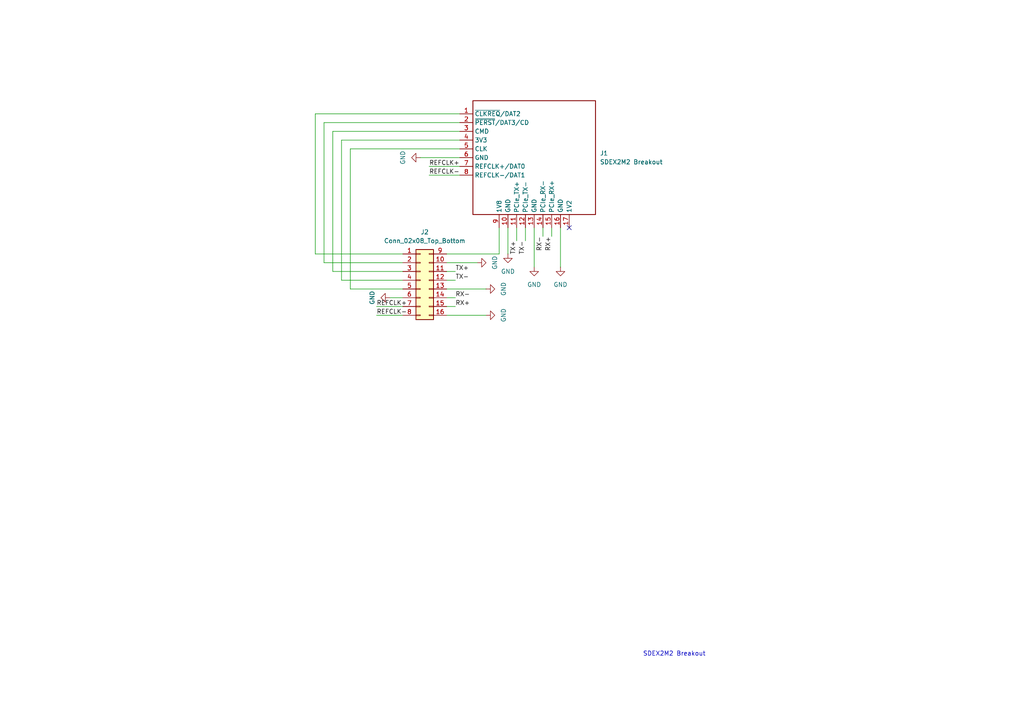
<source format=kicad_sch>
(kicad_sch (version 20250114) (generator "eeschema") (generator_version "9.0")
  (paper "A4")
  (lib_symbols
    (symbol "Connector_Generic:Conn_02x08_Top_Bottom" (pin_names (offset 1.016) (hide yes))
      (property "Reference" "J" (at 1.27 10.16 0))
      (property "Value" "Conn_02x08_Top_Bottom" (at 1.27 -12.7 0))
      (symbol "Conn_02x08_Top_Bottom_1_1"
        (rectangle (start -1.27 8.89) (end 3.81 -11.43) (stroke (width 0.254)) (fill (type background)))
        (rectangle (start -1.27 7.747) (end 0 7.493) (stroke (width 0.1524)))
        (rectangle (start -1.27 5.207) (end 0 4.953) (stroke (width 0.1524)))
        (rectangle (start -1.27 2.667) (end 0 2.413) (stroke (width 0.1524)))
        (rectangle (start -1.27 0.127) (end 0 -0.127) (stroke (width 0.1524)))
        (rectangle (start -1.27 -2.413) (end 0 -2.667) (stroke (width 0.1524)))
        (rectangle (start -1.27 -4.953) (end 0 -5.207) (stroke (width 0.1524)))
        (rectangle (start -1.27 -7.493) (end 0 -7.747) (stroke (width 0.1524)))
        (rectangle (start -1.27 -10.033) (end 0 -10.287) (stroke (width 0.1524)))
        (rectangle (start 3.81 7.747) (end 2.54 7.493) (stroke (width 0.1524)))
        (rectangle (start 3.81 5.207) (end 2.54 4.953) (stroke (width 0.1524)))
        (rectangle (start 3.81 2.667) (end 2.54 2.413) (stroke (width 0.1524)))
        (rectangle (start 3.81 0.127) (end 2.54 -0.127) (stroke (width 0.1524)))
        (rectangle (start 3.81 -2.413) (end 2.54 -2.667) (stroke (width 0.1524)))
        (rectangle (start 3.81 -4.953) (end 2.54 -5.207) (stroke (width 0.1524)))
        (rectangle (start 3.81 -7.493) (end 2.54 -7.747) (stroke (width 0.1524)))
        (rectangle (start 3.81 -10.033) (end 2.54 -10.287) (stroke (width 0.1524)))
        (pin passive line (at -5.08 7.62 0) (length 3.81) (name "Pin_1") (number "1"))
        (pin passive line (at -5.08 5.08 0) (length 3.81) (name "Pin_2") (number "2"))
        (pin passive line (at -5.08 2.54 0) (length 3.81) (name "Pin_3") (number "3"))
        (pin passive line (at -5.08 0 0) (length 3.81) (name "Pin_4") (number "4"))
        (pin passive line (at -5.08 -2.54 0) (length 3.81) (name "Pin_5") (number "5"))
        (pin passive line (at -5.08 -5.08 0) (length 3.81) (name "Pin_6") (number "6"))
        (pin passive line (at -5.08 -7.62 0) (length 3.81) (name "Pin_7") (number "7"))
        (pin passive line (at -5.08 -10.16 0) (length 3.81) (name "Pin_8") (number "8"))
        (pin passive line (at 7.62 7.62 180) (length 3.81) (name "Pin_9") (number "9"))
        (pin passive line (at 7.62 5.08 180) (length 3.81) (name "Pin_10") (number "10"))
        (pin passive line (at 7.62 2.54 180) (length 3.81) (name "Pin_11") (number "11"))
        (pin passive line (at 7.62 0 180) (length 3.81) (name "Pin_12") (number "12"))
        (pin passive line (at 7.62 -2.54 180) (length 3.81) (name "Pin_13") (number "13"))
        (pin passive line (at 7.62 -5.08 180) (length 3.81) (name "Pin_14") (number "14"))
        (pin passive line (at 7.62 -7.62 180) (length 3.81) (name "Pin_15") (number "15"))
        (pin passive line (at 7.62 -10.16 180) (length 3.81) (name "Pin_16") (number "16"))
      )
    )
    (symbol "m1cha:Micro_SDex_PCB"
      (property "Reference" "J1" (at 17.78 1.2701 0))
      (property "Value" "SDEX2M2 Breakout" (at 17.78 -1.2699 0))
      (symbol "Micro_SDex_PCB_0_1"
        (polyline (pts (xy 16.51 -8.89) (xy 16.51 16.51) (xy -19.05 16.51) (xy -19.05 -16.51) (xy 16.51 -16.51) (xy 16.51 -8.89)) (stroke (width 0.254)))
      )
      (symbol "Micro_SDex_PCB_1_1"
        (pin bidirectional line (at -22.86 12.7 0) (length 3.81) (name "~{CLKREQ}/DAT2") (number "1"))
        (pin bidirectional line (at -22.86 10.16 0) (length 3.81) (name "~{PERST}/DAT3/CD") (number "2"))
        (pin output line (at -22.86 7.62 0) (length 3.81) (name "CMD") (number "3"))
        (pin power_out line (at -22.86 5.08 0) (length 3.81) (name "3V3") (number "4"))
        (pin output line (at -22.86 2.54 0) (length 3.81) (name "CLK") (number "5"))
        (pin power_out line (at -22.86 0 0) (length 3.81) (name "GND") (number "6"))
        (pin bidirectional line (at -22.86 -2.54 0) (length 3.81) (name "REFCLK+/DAT0") (number "7"))
        (pin bidirectional line (at -22.86 -5.08 0) (length 3.81) (name "REFCLK-/DAT1") (number "8"))
        (pin power_out line (at -11.43 -20.32 90) (length 3.81) (name "1V8") (number "9"))
        (pin passive line (at -8.89 -20.32 90) (length 3.81) (name "GND") (number "10"))
        (pin output line (at -6.35 -20.32 90) (length 3.81) (name "PCIe_TX+") (number "11"))
        (pin output line (at -3.81 -20.32 90) (length 3.81) (name "PCIe_TX-") (number "12"))
        (pin passive line (at -1.27 -20.32 90) (length 3.81) (name "GND") (number "13"))
        (pin input line (at 1.27 -20.32 90) (length 3.81) (name "PCIe_RX-") (number "14"))
        (pin input line (at 3.81 -20.32 90) (length 3.81) (name "PCIe_RX+") (number "15"))
        (pin passive line (at 6.35 -20.32 90) (length 3.81) (name "GND") (number "16"))
        (pin power_out line (at 8.89 -20.32 90) (length 3.81) (name "1V2") (number "17"))
      )
    )
    (symbol "power:GND" (power) (pin_numbers (hide yes)) (pin_names (offset 0) (hide yes))
      (property "Value" "GND" (at 0 -3.81 0))
      (symbol "GND_0_1"
        (polyline (pts (xy 0 0) (xy 0 -1.27) (xy 1.27 -1.27) (xy 0 -2.54) (xy -1.27 -1.27) (xy 0 -1.27)))
      )
      (symbol "GND_1_1"
        (pin power_in line (at 0 0 270) (length 0) (name "~") (number "1"))
      )
    )
  )
  (text "SDEX2M2 Breakout" (at 195.58 189.738 0) (effects (font (size 1.27 1.27))))
  (no_connect (at 165.1 66.04))
  (wire (pts (xy 99.06 40.64) (xy 99.06 81.28)))
  (wire (pts (xy 121.92 45.72) (xy 133.35 45.72)))
  (wire (pts (xy 116.84 83.82) (xy 101.6 83.82)))
  (wire (pts (xy 129.54 88.9) (xy 132.08 88.9)))
  (wire (pts (xy 129.54 86.36) (xy 132.08 86.36)))
  (wire (pts (xy 138.43 76.2) (xy 129.54 76.2)))
  (wire (pts (xy 157.48 66.04) (xy 157.48 68.58)))
  (wire (pts (xy 116.84 73.66) (xy 91.44 73.66)))
  (wire (pts (xy 91.44 73.66) (xy 91.44 33.02)))
  (wire (pts (xy 113.03 86.36) (xy 116.84 86.36)))
  (wire (pts (xy 124.46 50.8) (xy 133.35 50.8)))
  (wire (pts (xy 140.97 91.44) (xy 129.54 91.44)))
  (wire (pts (xy 101.6 83.82) (xy 101.6 43.18)))
  (wire (pts (xy 101.6 43.18) (xy 133.35 43.18)))
  (wire (pts (xy 147.32 73.66) (xy 147.32 66.04)))
  (wire (pts (xy 144.78 66.04) (xy 144.78 73.66)))
  (wire (pts (xy 162.56 77.47) (xy 162.56 66.04)))
  (wire (pts (xy 160.02 66.04) (xy 160.02 68.58)))
  (wire (pts (xy 96.52 78.74) (xy 96.52 38.1)))
  (wire (pts (xy 129.54 73.66) (xy 144.78 73.66)))
  (wire (pts (xy 96.52 38.1) (xy 133.35 38.1)))
  (wire (pts (xy 133.35 40.64) (xy 99.06 40.64)))
  (wire (pts (xy 116.84 78.74) (xy 96.52 78.74)))
  (wire (pts (xy 140.97 83.82) (xy 129.54 83.82)))
  (wire (pts (xy 99.06 81.28) (xy 116.84 81.28)))
  (wire (pts (xy 154.94 77.47) (xy 154.94 66.04)))
  (wire (pts (xy 93.98 76.2) (xy 116.84 76.2)))
  (wire (pts (xy 152.4 66.04) (xy 152.4 69.85)))
  (wire (pts (xy 109.22 88.9) (xy 116.84 88.9)))
  (wire (pts (xy 133.35 35.56) (xy 93.98 35.56)))
  (wire (pts (xy 91.44 33.02) (xy 133.35 33.02)))
  (wire (pts (xy 149.86 66.04) (xy 149.86 69.85)))
  (wire (pts (xy 129.54 78.74) (xy 132.08 78.74)))
  (wire (pts (xy 129.54 81.28) (xy 132.08 81.28)))
  (wire (pts (xy 109.22 91.44) (xy 116.84 91.44)))
  (wire (pts (xy 124.46 48.26) (xy 133.35 48.26)))
  (wire (pts (xy 93.98 35.56) (xy 93.98 76.2)))
  (label "RX+" (at 160.02 68.58 270))
  (label "TX+" (at 149.86 69.85 270))
  (label "RX+" (at 132.08 88.9 0))
  (label "REFCLK+" (at 124.46 48.26 0))
  (label "RX-" (at 157.48 68.58 270))
  (label "TX-" (at 152.4 69.85 270))
  (label "TX-" (at 132.08 81.28 0))
  (label "RX-" (at 132.08 86.36 0))
  (label "REFCLK+" (at 109.22 88.9 0))
  (label "REFCLK-" (at 109.22 91.44 0))
  (label "REFCLK-" (at 124.46 50.8 0))
  (label "TX+" (at 132.08 78.74 0))
  (symbol (lib_id "power:GND") (at 138.43 76.2 90) (unit 1)
    (property "Reference" "#PWR08" (effects (hide yes)))
    (property "Value" "GND" (at 143.51 76.2 0))
    (property "Description" "Power symbol creates a global label with name \"GND\" , ground" (effects (hide yes)))
  )
  (symbol (lib_id "power:GND") (at 140.97 83.82 90) (unit 1)
    (property "Reference" "#PWR07" (effects (hide yes)))
    (property "Value" "GND" (at 146.05 83.82 0))
    (property "Description" "Power symbol creates a global label with name \"GND\" , ground" (effects (hide yes)))
  )
  (symbol (lib_id "power:GND") (at 113.03 86.36 270) (unit 1)
    (property "Reference" "#PWR05" (effects (hide yes)))
    (property "Value" "GND" (at 107.95 86.36 0))
    (property "Description" "Power symbol creates a global label with name \"GND\" , ground" (effects (hide yes)))
  )
  (symbol (lib_id "Connector_Generic:Conn_02x08_Top_Bottom") (at 121.92 81.28 0) (unit 1)
    (property "Reference" "J2" (at 123.19 67.31 0))
    (property "Value" "Conn_02x08_Top_Bottom" (at 123.19 69.85 0))
    (property "Footprint" "Connector_PinHeader_2.00mm:PinHeader_1x16_P2.00mm_Vertical" (effects (hide yes)))
    (property "Description" "Generic connector, double row, 02x08, top/bottom pin numbering scheme (row 1: 1...pins_per_row, row2: pins_per_row+1 ... num_pins), script generated (kicad-library-utils/schlib/autogen/connector/)" (effects (hide yes)))
  )
  (symbol (lib_id "m1cha:Micro_SDex_PCB") (at 156.21 45.72 0) (unit 1)
    (property "Reference" "J1" (at 173.99 44.4499 0) (effects (justify left)))
    (property "Value" "SDEX2M2 Breakout" (at 173.99 46.9899 0) (effects (justify left)))
    (property "Footprint" "m1cha:usdex-male-open_bottom" (effects (hide yes)))
    (property "Description" "Micro SD Card PCB" (effects (hide yes)))
  )
  (symbol (lib_id "power:GND") (at 147.32 73.66 0) (unit 1)
    (property "Reference" "#PWR02" (effects (hide yes)))
    (property "Value" "GND" (at 147.32 78.74 0))
    (property "Description" "Power symbol creates a global label with name \"GND\" , ground" (effects (hide yes)))
  )
  (symbol (lib_id "power:GND") (at 154.94 77.47 0) (unit 1)
    (property "Reference" "#PWR01" (effects (hide yes)))
    (property "Value" "GND" (at 154.94 82.55 0))
    (property "Description" "Power symbol creates a global label with name \"GND\" , ground" (effects (hide yes)))
  )
  (symbol (lib_id "power:GND") (at 140.97 91.44 90) (unit 1)
    (property "Reference" "#PWR06" (effects (hide yes)))
    (property "Value" "GND" (at 146.05 91.44 0))
    (property "Description" "Power symbol creates a global label with name \"GND\" , ground" (effects (hide yes)))
  )
  (symbol (lib_id "power:GND") (at 162.56 77.47 0) (unit 1)
    (property "Reference" "#PWR03" (effects (hide yes)))
    (property "Value" "GND" (at 162.56 82.55 0))
    (property "Description" "Power symbol creates a global label with name \"GND\" , ground" (effects (hide yes)))
  )
  (symbol (lib_id "power:GND") (at 121.92 45.72 270) (unit 1)
    (property "Reference" "#PWR04" (effects (hide yes)))
    (property "Value" "GND" (at 116.84 45.72 0))
    (property "Description" "Power symbol creates a global label with name \"GND\" , ground" (effects (hide yes)))
  )
)
</source>
